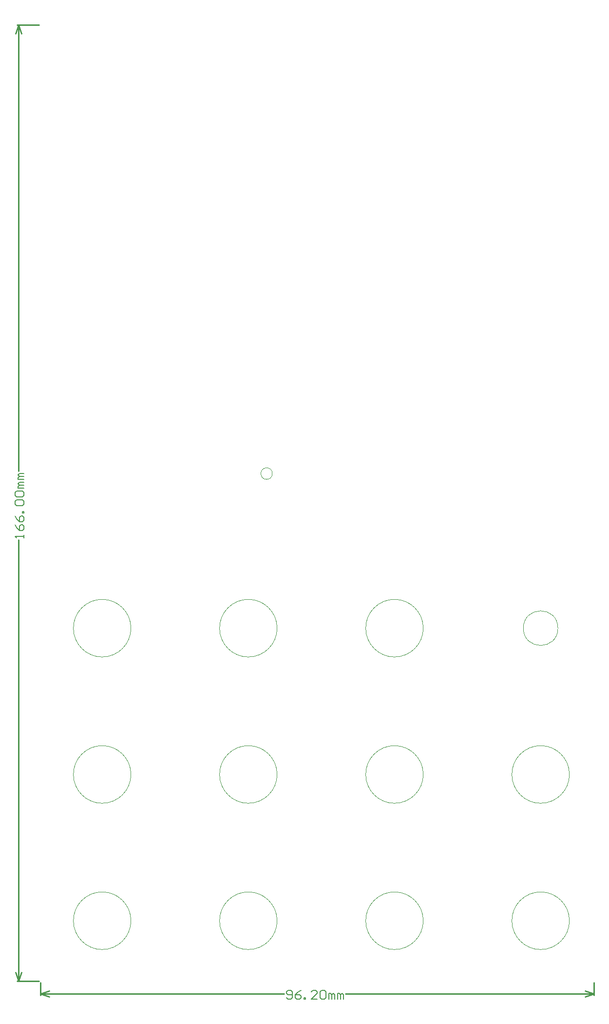
<source format=gm1>
G04*
G04 #@! TF.GenerationSoftware,Altium Limited,Altium Designer,20.0.2 (26)*
G04*
G04 Layer_Color=16711935*
%FSLAX43Y43*%
%MOMM*%
G71*
G01*
G75*
%ADD11C,0.254*%
%ADD38C,0.013*%
%ADD39C,0.152*%
D11*
X-0Y-2223D02*
X1524Y-1714D01*
X-0Y-2223D02*
X1524Y-2730D01*
X94678D02*
X96202Y-2223D01*
X94678Y-1714D02*
X96202Y-2223D01*
X-0D02*
X42337D01*
X53053D02*
X96202D01*
X-0Y-2477D02*
Y-260D01*
X96202Y-2477D02*
Y-260D01*
X-4318Y1524D02*
X-3810Y0D01*
X-3302Y1524D01*
X-3810Y166000D02*
X-3302Y164476D01*
X-4318D02*
X-3810Y166000D01*
Y0D02*
Y76601D01*
Y88586D02*
Y166000D01*
X-4064Y0D02*
X-260D01*
X-4064Y166000D02*
X-260D01*
D38*
X91938Y10484D02*
G03*
X91938Y10484I-5000J0D01*
G01*
X15738D02*
G03*
X15738Y10484I-5000J0D01*
G01*
X41138D02*
G03*
X41138Y10484I-5000J0D01*
G01*
X66538D02*
G03*
X66538Y10484I-5000J0D01*
G01*
X15738Y35884D02*
G03*
X15738Y35884I-5000J0D01*
G01*
X91938D02*
G03*
X91938Y35884I-5000J0D01*
G01*
X41138D02*
G03*
X41138Y35884I-5000J0D01*
G01*
X66538D02*
G03*
X66538Y35884I-5000J0D01*
G01*
X15738Y61284D02*
G03*
X15738Y61284I-5000J0D01*
G01*
X89938D02*
G03*
X89938Y61284I-3000J0D01*
G01*
X41138D02*
G03*
X41138Y61284I-5000J0D01*
G01*
X66538D02*
G03*
X66538Y61284I-5000J0D01*
G01*
X40313Y88121D02*
G03*
X40313Y88121I-1000J0D01*
G01*
D39*
X42743Y-2883D02*
X42997Y-3137D01*
X43505D01*
X43759Y-2883D01*
Y-1867D01*
X43505Y-1613D01*
X42997D01*
X42743Y-1867D01*
Y-2121D01*
X42997Y-2375D01*
X43759D01*
X45283Y-1613D02*
X44775Y-1867D01*
X44267Y-2375D01*
Y-2883D01*
X44521Y-3137D01*
X45029D01*
X45283Y-2883D01*
Y-2629D01*
X45029Y-2375D01*
X44267D01*
X45790Y-3137D02*
Y-2883D01*
X46044D01*
Y-3137D01*
X45790D01*
X48076D02*
X47060D01*
X48076Y-2121D01*
Y-1867D01*
X47822Y-1613D01*
X47314D01*
X47060Y-1867D01*
X48584D02*
X48837Y-1613D01*
X49345D01*
X49599Y-1867D01*
Y-2883D01*
X49345Y-3137D01*
X48837D01*
X48584Y-2883D01*
Y-1867D01*
X50107Y-3137D02*
Y-2121D01*
X50361D01*
X50615Y-2375D01*
Y-3137D01*
Y-2375D01*
X50869Y-2121D01*
X51123Y-2375D01*
Y-3137D01*
X51631D02*
Y-2121D01*
X51884D01*
X52138Y-2375D01*
Y-3137D01*
Y-2375D01*
X52392Y-2121D01*
X52646Y-2375D01*
Y-3137D01*
X-2896Y77007D02*
Y77515D01*
Y77261D01*
X-4419D01*
X-4165Y77007D01*
X-4419Y79293D02*
X-4165Y78785D01*
X-3658Y78277D01*
X-3150D01*
X-2896Y78531D01*
Y79039D01*
X-3150Y79293D01*
X-3404D01*
X-3658Y79039D01*
Y78277D01*
X-4419Y80816D02*
X-4165Y80308D01*
X-3658Y79801D01*
X-3150D01*
X-2896Y80054D01*
Y80562D01*
X-3150Y80816D01*
X-3404D01*
X-3658Y80562D01*
Y79801D01*
X-2896Y81324D02*
X-3150D01*
Y81578D01*
X-2896D01*
Y81324D01*
X-4165Y82594D02*
X-4419Y82848D01*
Y83355D01*
X-4165Y83609D01*
X-3150D01*
X-2896Y83355D01*
Y82848D01*
X-3150Y82594D01*
X-4165D01*
Y84117D02*
X-4419Y84371D01*
Y84879D01*
X-4165Y85133D01*
X-3150D01*
X-2896Y84879D01*
Y84371D01*
X-3150Y84117D01*
X-4165D01*
X-2896Y85641D02*
X-3912D01*
Y85895D01*
X-3658Y86148D01*
X-2896D01*
X-3658D01*
X-3912Y86402D01*
X-3658Y86656D01*
X-2896D01*
Y87164D02*
X-3912D01*
Y87418D01*
X-3658Y87672D01*
X-2896D01*
X-3658D01*
X-3912Y87926D01*
X-3658Y88180D01*
X-2896D01*
M02*

</source>
